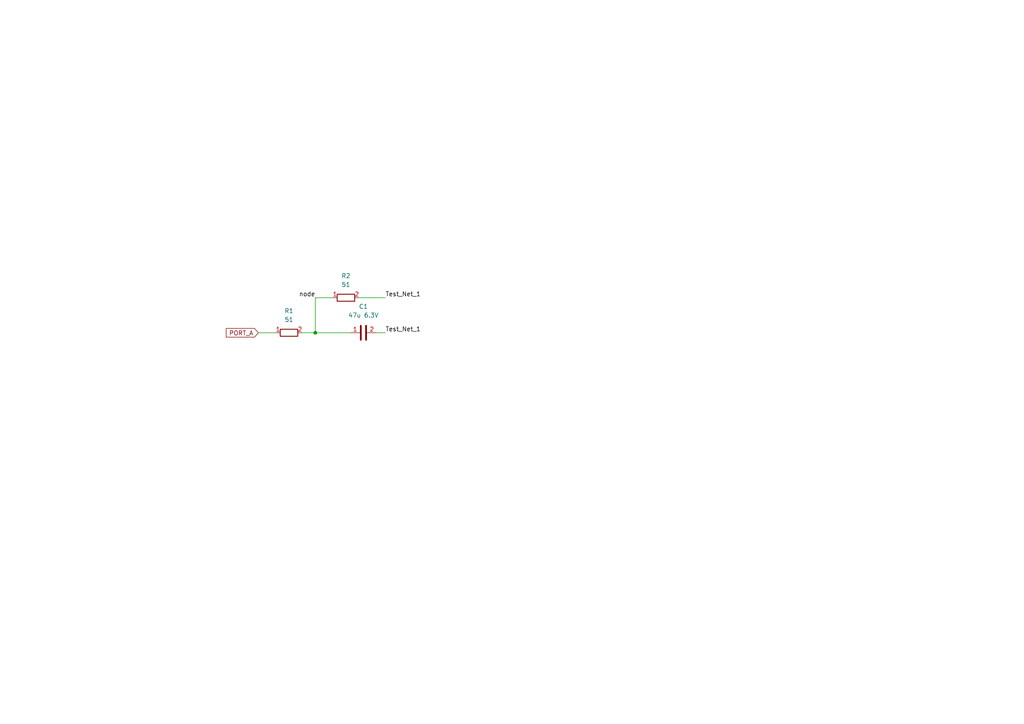
<source format=kicad_sch>
(kicad_sch (version 20211123) (generator eeschema)
  (paper "A4")
  (title_block (title "Simple Circuit") (date "2022-08-02") (rev "v01"))
  (lib_symbols
    (symbol "Device:C" (pin_names (offset 0.254))
      (property "Reference" "C" (at 0.635 2.54 0))
      (property "Value" "C" (at 0.635 -2.54 0))
      (symbol "C_0_1"
        (polyline (pts (xy -2.032 -0.762) (xy 2.032 -0.762)) (stroke (width 0.508)))
        (polyline (pts (xy -2.032 0.762) (xy 2.032 0.762)) (stroke (width 0.508)))
      )
      (symbol "C_1_1"
        (pin passive line (at 0 3.81 270) (length 2.794) (name "~") (number "1"))
        (pin passive line (at 0 -3.81 90) (length 2.794) (name "~") (number "2"))
      )
    )
    (symbol "Device:R" (pin_names (offset 0))
      (property "Reference" "R" (at 2.032 0 90))
      (property "Value" "R" (at 0 0 90))
      (symbol "R_0_1"
        (rectangle (start -1.016 -2.54) (end 1.016 2.54) (stroke (width 0.254)))
      )
      (symbol "R_1_1"
        (pin passive line (at 0 3.81 270) (length 1.27) (name "~") (number "1"))
        (pin passive line (at 0 -3.81 90) (length 1.27) (name "~") (number "2"))
      )
    )
  )
  (junction (at 91.44 96.52))
  (wire (pts (xy 91.44 86.36) (xy 91.44 96.52)))
  (wire (pts (xy 104.14 86.36) (xy 111.76 86.36)))
  (wire (pts (xy 74.93 96.52) (xy 80.01 96.52)))
  (wire (pts (xy 91.44 86.36) (xy 96.52 86.36)))
  (wire (pts (xy 87.63 96.52) (xy 91.44 96.52)))
  (wire (pts (xy 109.22 96.52) (xy 111.76 96.52)))
  (wire (pts (xy 91.44 96.52) (xy 101.6 96.52)))
  (label "node" (at 91.44 86.36 180))
  (label "Test_Net_1" (at 111.76 96.52 0))
  (label "Test_Net_1" (at 111.76 86.36 0))
  (global_label "PORT_A" (shape input) (at 74.93 96.52 180) (property "Intersheet References" "${INTERSHEET_REFS}" (effects hide)))
  (symbol (lib_id "Device:R") (at 83.82 96.52 90) (unit 1)
    (property "Reference" "R1" (at 83.82 90.17 90))
    (property "Value" "51" (at 83.82 92.71 90))
  )
  (symbol (lib_id "Device:C") (at 105.41 96.52 90) (unit 1)
    (property "Reference" "C1" (at 105.41 88.9 90))
    (property "Value" "47u 6.3V" (at 105.41 91.44 90))
  )
  (symbol (lib_id "Device:R") (at 100.33 86.36 90) (unit 1)
    (property "Reference" "R2" (at 100.33 80.01 90))
    (property "Value" "51" (at 100.33 82.55 90))
  )
)
</source>
